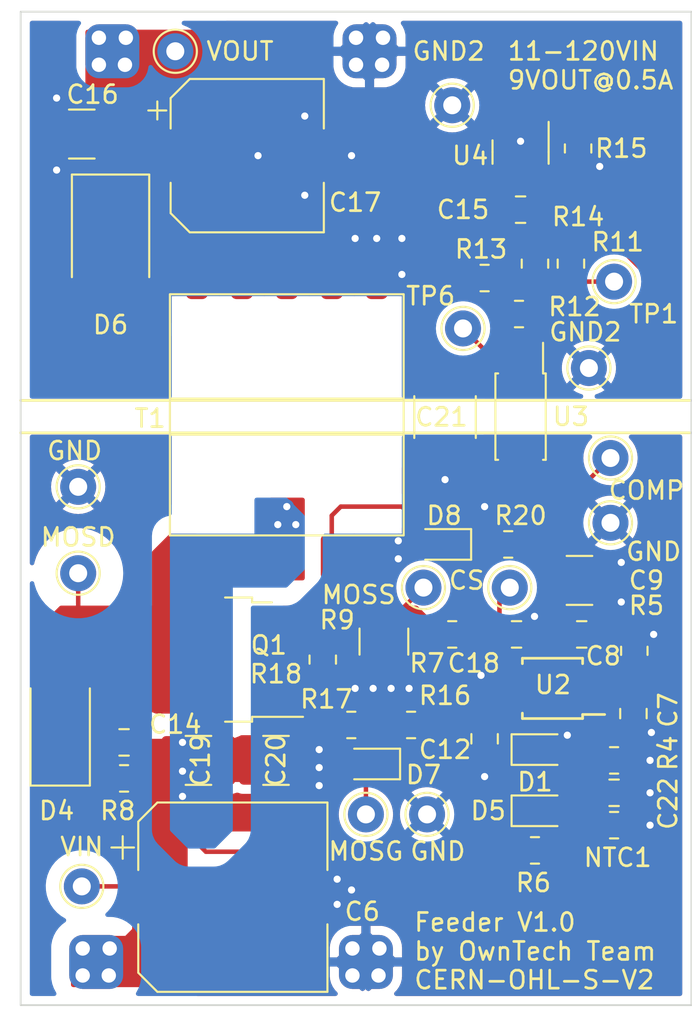
<source format=kicad_pcb>
(kicad_pcb (version 20211014) (generator pcbnew)
  (layers (0 "F.Cu" signal) (31 "B.Cu" signal) (34 "B.Paste" user) (35 "F.Paste" user) (36 "B.SilkS" user "B.Silkscreen") (37 "F.SilkS" user "F.Silkscreen") (38 "B.Mask" user) (39 "F.Mask" user) (44 "Edge.Cuts" user))
  (net 0 "")
  (net 1 "GND")
  (net 2 "Net-(C7-Pad1)")
  (net 3 "Net-(C8-Pad1)")
  (net 4 "Net-(C14-Pad2)")
  (net 5 "Net-(C15-Pad1)")
  (net 6 "Net-(C15-Pad2)")
  (net 7 "VIN")
  (net 8 "GND2")
  (net 9 "Net-(D6-Pad2)")
  (net 10 "Net-(R5-Pad1)")
  (net 11 "VAUX")
  (net 12 "Net-(R11-Pad1)")
  (net 13 "Net-(R11-Pad2)")
  (net 14 "VOUT")
  (net 15 "Net-(C18-Pad1)")
  (net 16 "Net-(C22-Pad2)")
  (net 17 "Net-(R16-Pad1)")
  (net 18 "Net-(D7-Pad1)")
  (net 19 "Net-(D8-Pad1)")
  (net 20 "Net-(D7-Pad2)")
  (net 21 "HV")
  (net 22 "MOSD")
  (net 23 "Net-(D8-Pad2)")
  (net 24 "MOSS")
  (net 25 "Net-(R4-Pad1)")
  (footprint "TestPoint:TestPoint_THTPad_D2.0mm_Drill1.0mm" (layer "F.Cu") (at 56.8 23.2)
    (fp_text reference "VOUT1" hide)
    (fp_text value "VOUT" (at 3.6 0) (layer "F.SilkS"))
    (pad "1" thru_hole circle locked (at 0 0) (size 2 2) (drill 1) (layers *.Cu *.Mask) (net 14 "VOUT"))
  )
  (footprint "Capacitor_SMD:C_0805_2012Metric" (layer "F.Cu") (at 81.2 64.4 180)
    (fp_text reference "C22" (at -3 -0.6 90) (layer "F.SilkS"))
    (fp_text value "10nF")
    (pad "1" smd roundrect locked (at -0.95 0 180) (size 1 1.45) (layers "F.Cu" "F.Paste" "F.Mask") (net 1 "GND"))
    (pad "2" smd roundrect locked (at 0.95 0 180) (size 1 1.45) (layers "F.Cu" "F.Paste" "F.Mask") (net 16 "Net-(C22-Pad2)"))
  )
  (footprint "Footprints:PA2467NL" (layer "F.Cu") (at 63 43.5)
    (fp_text reference "T1" (at -7.6 0.1 unlocked) (layer "F.SilkS"))
    (fp_text value "PA2467NL")
    (pad "1" smd roundrect (at 5 7.8) (size 1.22 2.54) (layers "F.Cu" "F.Paste" "F.Mask") (net 1 "GND"))
    (pad "2" smd roundrect (at 2.5 7.8) (size 1.22 2.54) (layers "F.Cu" "F.Paste" "F.Mask") (net 23 "Net-(D8-Pad2)"))
    (pad "3" smd roundrect (at 0 7.8) (size 1.22 2.54) (layers "F.Cu" "F.Paste" "F.Mask") (net 7 "VIN"))
    (pad "4" smd roundrect (at -2.5 7.8) (size 1.22 2.54) (layers "F.Cu" "F.Paste" "F.Mask"))
    (pad "5" smd roundrect (at -5 7.8) (size 1.22 2.54) (layers "F.Cu" "F.Paste" "F.Mask") (net 22 "MOSD"))
    (pad "6" smd roundrect (at -5 -7.8) (size 1.22 2.54) (layers "F.Cu" "F.Paste" "F.Mask") (net 9 "Net-(D6-Pad2)"))
    (pad "7" smd roundrect (at -2.5 -7.8) (size 1.22 2.54) (layers "F.Cu" "F.Paste" "F.Mask"))
    (pad "8" smd roundrect (at 0 -7.8) (size 1.22 2.54) (layers "F.Cu" "F.Paste" "F.Mask"))
    (pad "9" smd roundrect (at 2.5 -7.8) (size 1.22 2.54) (layers "F.Cu" "F.Paste" "F.Mask"))
    (pad "10" smd roundrect (at 5 -7.8) (size 1.22 2.54) (layers "F.Cu" "F.Paste" "F.Mask") (net 8 "GND2"))
  )
  (footprint "Capacitor_SMD:C_1210_3225Metric" (layer "F.Cu") (at 62.4 62.6)
    (fp_text reference "C20" (at 0 0 90) (layer "F.SilkS"))
    (fp_text value "4.7uF")
    (pad "1" smd roundrect locked (at -1.475 0) (size 1.15 2.7) (layers "F.Cu" "F.Paste" "F.Mask") (roundrect_rratio 0.2173913043) (net 21 "HV"))
    (pad "2" smd roundrect locked (at 1.475 0) (size 1.15 2.7) (layers "F.Cu" "F.Paste" "F.Mask") (roundrect_rratio 0.2173913043) (net 1 "GND"))
  )
  (footprint "Capacitor_SMD:CP_Elec_10x10" (layer "F.Cu") (at 60 70.2)
    (fp_text reference "C6" (at 7.2 0.8) (layer "F.SilkS"))
    (fp_text value "3.3uF, 400V")
    (pad "1" smd roundrect locked (at -4 0) (size 4 2.5) (layers "F.Cu" "F.Paste" "F.Mask") (roundrect_rratio 0.1) (net 7 "VIN"))
    (pad "2" smd roundrect locked (at 4 0) (size 4 2.5) (layers "F.Cu" "F.Paste" "F.Mask") (roundrect_rratio 0.1) (net 1 "GND"))
  )
  (footprint "Resistor_SMD:R_0805_2012Metric" (layer "F.Cu") (at 65 57 -90)
    (fp_text reference "R18" (at 0.8 2.6 180) (layer "F.SilkS"))
    (fp_text value "10k")
    (pad "1" smd roundrect locked (at -0.9125 0 270) (size 1.025 1.4) (layers "F.Cu" "F.Paste" "F.Mask") (roundrect_rratio 0.243902439) (net 24 "MOSS"))
    (pad "2" smd roundrect locked (at 0.9125 0 270) (size 1.025 1.4) (layers "F.Cu" "F.Paste" "F.Mask") (roundrect_rratio 0.243902439) (net 20 "Net-(D7-Pad2)"))
  )
  (footprint "TestPoint:TestPoint_THTPad_D2.0mm_Drill1.0mm" (layer "F.Cu") (at 81 49.4)
    (fp_text reference "GND3" hide)
    (fp_text value "GND" (at 2.4 1.6 180) (layer "F.SilkS"))
    (pad "1" thru_hole circle locked (at 0 0) (size 2 2) (drill 1) (layers *.Cu *.Mask) (net 1 "GND"))
  )
  (footprint "Resistor_SMD:R_0805_2012Metric" (layer "F.Cu") (at 76.8 67.6)
    (fp_text reference "R6" (at -0.0875 1.8 180) (layer "F.SilkS"))
    (fp_text value "348K")
    (pad "1" smd roundrect locked (at -0.9125 0) (size 1.025 1.4) (layers "F.Cu" "F.Paste" "F.Mask") (roundrect_rratio 0.243902439) (net 7 "VIN"))
    (pad "2" smd roundrect locked (at 0.9125 0) (size 1.025 1.4) (layers "F.Cu" "F.Paste" "F.Mask") (roundrect_rratio 0.243902439) (net 25 "Net-(R4-Pad1)"))
  )
  (footprint "Resistor_SMD:R_0805_2012Metric" (layer "F.Cu") (at 81.2 62.6)
    (fp_text reference "R4" (at 3 -0.4 270) (layer "F.SilkS"))
    (fp_text value "27k")
    (pad "1" smd roundrect locked (at -0.9125 0) (size 1.025 1.4) (layers "F.Cu" "F.Paste" "F.Mask") (roundrect_rratio 0.243902439) (net 25 "Net-(R4-Pad1)"))
    (pad "2" smd roundrect locked (at 0.9125 0) (size 1.025 1.4) (layers "F.Cu" "F.Paste" "F.Mask") (roundrect_rratio 0.243902439) (net 1 "GND"))
  )
  (footprint "Resistor_SMD:R_0805_2012Metric" (layer "F.Cu") (at 82.325489 56.512011 90)
    (fp_text reference "R5" (at 2.512011 0.674511 180) (layer "F.SilkS"))
    (fp_text value "100k")
    (pad "1" smd roundrect locked (at -0.9125 0 90) (size 1.025 1.4) (layers "F.Cu" "F.Paste" "F.Mask") (roundrect_rratio 0.243902439) (net 10 "Net-(R5-Pad1)"))
    (pad "2" smd roundrect locked (at 0.9125 0 90) (size 1.025 1.4) (layers "F.Cu" "F.Paste" "F.Mask") (roundrect_rratio 0.243902439) (net 1 "GND"))
  )
  (footprint "Diode_SMD:D_SOD-323" (layer "F.Cu") (at 71.75 50.6 180)
    (fp_text reference "D8" (at 0 1.6) (layer "F.SilkS"))
    (fp_text value "BAS20HT1G")
    (pad "1" smd rect locked (at -1.05 0 180) (size 0.6 0.45) (layers "F.Cu" "F.Paste" "F.Mask") (net 19 "Net-(D8-Pad1)"))
    (pad "2" smd rect locked (at 1.05 0 180) (size 0.6 0.45) (layers "F.Cu" "F.Paste" "F.Mask") (net 23 "Net-(D8-Pad2)"))
  )
  (footprint "Resistor_SMD:R_0805_2012Metric" (layer "F.Cu") (at 74 35.8)
    (fp_text reference "R13" (at -0.2 -1.6) (layer "F.SilkS"))
    (fp_text value "10")
    (pad "1" smd roundrect locked (at -0.9125 0) (size 1.025 1.4) (layers "F.Cu" "F.Paste" "F.Mask") (roundrect_rratio 0.243902439) (net 14 "VOUT"))
    (pad "2" smd roundrect locked (at 0.9125 0) (size 1.025 1.4) (layers "F.Cu" "F.Paste" "F.Mask") (roundrect_rratio 0.243902439) (net 12 "Net-(R11-Pad1)"))
  )
  (footprint "TestPoint:TestPoint_THTPad_D2.0mm_Drill1.0mm" (layer "F.Cu") (at 79.8 40.8)
    (fp_text reference "GND2" (at -0.2 -1.998) (layer "F.SilkS"))
    (fp_text value "GND2")
    (pad "1" thru_hole circle locked (at 0 0) (size 2 2) (drill 1) (layers *.Cu *.Mask) (net 8 "GND2"))
  )
  (footprint "TestPoint:TestPoint_THTPad_D2.0mm_Drill1.0mm" (layer "F.Cu") (at 81.2 36)
    (fp_text reference "TP1" (at 2.2 1.8 180) (layer "F.SilkS"))
    (fp_text value "TestPoint")
    (pad "1" thru_hole circle locked (at 0 0) (size 2 2) (drill 1) (layers *.Cu *.Mask) (net 12 "Net-(R11-Pad1)"))
  )
  (footprint "Capacitor_SMD:C_0805_2012Metric" (layer "F.Cu") (at 82.275489 59.999511 -90)
    (fp_text reference "C7" (at -0.199511 -1.924511 -90) (layer "F.SilkS"))
    (fp_text value "22nF")
    (pad "1" smd roundrect locked (at -0.95 0 270) (size 1 1.45) (layers "F.Cu" "F.Paste" "F.Mask") (net 2 "Net-(C7-Pad1)"))
    (pad "2" smd roundrect locked (at 0.95 0 270) (size 1 1.45) (layers "F.Cu" "F.Paste" "F.Mask") (net 1 "GND"))
  )
  (footprint "Capacitor_SMD:C_0805_2012Metric" (layer "F.Cu") (at 53.95 61.6 180)
    (fp_text reference "C14" (at -2.85 1 180) (layer "F.SilkS"))
    (fp_text value "6.8nF")
    (pad "1" smd roundrect locked (at -0.95 0 180) (size 1 1.45) (layers "F.Cu" "F.Paste" "F.Mask") (net 7 "VIN"))
    (pad "2" smd roundrect locked (at 0.95 0 180) (size 1 1.45) (layers "F.Cu" "F.Paste" "F.Mask") (net 4 "Net-(C14-Pad2)"))
  )
  (footprint "TestPoint:TestPoint_THTPad_D2.0mm_Drill1.0mm" (layer "F.Cu") (at 81 45.8)
    (fp_text reference "COMP1" hide)
    (fp_text value "COMP" (at 2 1.8 180) (layer "F.SilkS"))
    (pad "1" thru_hole circle locked (at 0 0) (size 2 2) (drill 1) (layers *.Cu *.Mask) (net 3 "Net-(C8-Pad1)"))
  )
  (footprint "Capacitor_SMD:C_1812_4532Metric" (layer "F.Cu") (at 71.8 43.525 90)
    (fp_text reference "C21" (at 0 -0.2 180) (layer "F.SilkS"))
    (fp_text value "680pF")
    (pad "1" smd roundrect locked (at -2.05 0 90) (size 1.4 3.4) (layers "F.Cu" "F.Paste" "F.Mask") (roundrect_rratio 0.1785707143) (net 1 "GND"))
    (pad "2" smd roundrect locked (at 2.05 0 90) (size 1.4 3.4) (layers "F.Cu" "F.Paste" "F.Mask") (roundrect_rratio 0.1785707143) (net 14 "VOUT"))
  )
  (footprint "Diode_SMD:D_SMA" (layer "F.Cu") (at 50.4 60.6 90)
    (fp_text reference "D4" (at -4.8 -0.2 180) (layer "F.SilkS"))
    (fp_text value "MURA130T3G")
    (pad "1" smd rect locked (at -2 0 90) (size 2.5 1.8) (layers "F.Cu" "F.Paste" "F.Mask") (net 4 "Net-(C14-Pad2)"))
    (pad "2" smd rect locked (at 2 0 90) (size 2.5 1.8) (layers "F.Cu" "F.Paste" "F.Mask") (net 22 "MOSD"))
  )
  (footprint "Resistor_SMD:R_0805_2012Metric" (layer "F.Cu") (at 53.95 63.6)
    (fp_text reference "R8" (at -0.35 1.8 180) (layer "F.SilkS"))
    (fp_text value "348k")
    (pad "1" smd roundrect locked (at -0.9125 0) (size 1.025 1.4) (layers "F.Cu" "F.Paste" "F.Mask") (roundrect_rratio 0.243902439) (net 4 "Net-(C14-Pad2)"))
    (pad "2" smd roundrect locked (at 0.9125 0) (size 1.025 1.4) (layers "F.Cu" "F.Paste" "F.Mask") (roundrect_rratio 0.243902439) (net 7 "VIN"))
  )
  (footprint "Resistor_SMD:R_0805_2012Metric" (layer "F.Cu") (at 69.9125 60.63125 180)
    (fp_text reference "R16" (at -1.8875 1.63125) (layer "F.SilkS"))
    (fp_text value "2.2")
    (pad "1" smd roundrect locked (at -0.9125 0 180) (size 1.025 1.4) (layers "F.Cu" "F.Paste" "F.Mask") (roundrect_rratio 0.243902439) (net 17 "Net-(R16-Pad1)"))
    (pad "2" smd roundrect locked (at 0.9125 0 180) (size 1.025 1.4) (layers "F.Cu" "F.Paste" "F.Mask") (roundrect_rratio 0.243902439) (net 18 "Net-(D7-Pad1)"))
  )
  (footprint "Capacitor_SMD:C_1210_3225Metric" (layer "F.Cu") (at 58.0875 62.6)
    (fp_text reference "C19" (at 0.1125 0 90) (layer "F.SilkS"))
    (fp_text value "4.7uF")
    (pad "1" smd roundrect locked (at -1.475 0) (size 1.15 2.7) (layers "F.Cu" "F.Paste" "F.Mask") (roundrect_rratio 0.2173913043) (net 7 "VIN"))
    (pad "2" smd roundrect locked (at 1.475 0) (size 1.15 2.7) (layers "F.Cu" "F.Paste" "F.Mask") (roundrect_rratio 0.2173913043) (net 21 "HV"))
  )
  (footprint "Resistor_SMD:R_0805_2012Metric" (layer "F.Cu") (at 76.8 35 90)
    (fp_text reference "R14" (at 2.6 2.4) (layer "F.SilkS"))
    (fp_text value "38.3k")
    (pad "1" smd roundrect locked (at -0.9125 0 90) (size 1.025 1.4) (layers "F.Cu" "F.Paste" "F.Mask") (roundrect_rratio 0.243902439) (net 12 "Net-(R11-Pad1)"))
    (pad "2" smd roundrect locked (at 0.9125 0 90) (size 1.025 1.4) (layers "F.Cu" "F.Paste" "F.Mask") (roundrect_rratio 0.243902439) (net 6 "Net-(C15-Pad2)"))
  )
  (footprint "Capacitor_SMD:C_0805_2012Metric" (layer "F.Cu") (at 75.775489 55.599511)
    (fp_text reference "C18" (at -2.375489 1.600489) (layer "F.SilkS"))
    (fp_text value "C0G, 100pF")
    (pad "1" smd roundrect locked (at -0.95 0) (size 1 1.45) (layers "F.Cu" "F.Paste" "F.Mask") (net 15 "Net-(C18-Pad1)"))
    (pad "2" smd roundrect locked (at 0.95 0) (size 1 1.45) (layers "F.Cu" "F.Paste" "F.Mask") (net 1 "GND"))
  )
  (footprint "Package_SO:MSOP-10_3x3mm_P0.5mm" (layer "F.Cu") (at 77.775489 58.599511 180)
    (fp_text reference "U2" (at -0.024511 0.199511 180) (layer "F.SilkS"))
    (fp_text value "NCP12700")
    (pad "1" smd rect locked (at -2.2 -1 180) (size 1.4 0.3) (layers "F.Cu" "F.Paste" "F.Mask") (net 25 "Net-(R4-Pad1)"))
    (pad "2" smd rect locked (at -2.2 -0.5 180) (size 1.4 0.3) (layers "F.Cu" "F.Paste" "F.Mask") (net 16 "Net-(C22-Pad2)"))
    (pad "3" smd rect locked (at -2.2 0 180) (size 1.4 0.3) (layers "F.Cu" "F.Paste" "F.Mask") (net 2 "Net-(C7-Pad1)"))
    (pad "4" smd rect locked (at -2.2 0.5 180) (size 1.4 0.3) (layers "F.Cu" "F.Paste" "F.Mask") (net 10 "Net-(R5-Pad1)"))
    (pad "5" smd rect locked (at -2.2 1 180) (size 1.4 0.3) (layers "F.Cu" "F.Paste" "F.Mask") (net 3 "Net-(C8-Pad1)"))
    (pad "6" smd rect locked (at 2.2 1 180) (size 1.4 0.3) (layers "F.Cu" "F.Paste" "F.Mask") (net 15 "Net-(C18-Pad1)"))
    (pad "7" smd rect locked (at 2.2 0.5 180) (size 1.4 0.3) (layers "F.Cu" "F.Paste" "F.Mask") (net 1 "GND"))
    (pad "8" smd rect locked (at 2.2 0 180) (size 1.4 0.3) (layers "F.Cu" "F.Paste" "F.Mask") (net 17 "Net-(R16-Pad1)"))
    (pad "9" smd rect locked (at 2.2 -0.5 180) (size 1.4 0.3) (layers "F.Cu" "F.Paste" "F.Mask") (net 11 "VAUX"))
    (pad "10" smd rect locked (at 2.2 -1 180) (size 1.4 0.3) (layers "F.Cu" "F.Paste" "F.Mask") (net 7 "VIN"))
  )
  (footprint "TestPoint:TestPoint_THTPad_D2.0mm_Drill1.0mm" (layer "F.Cu") (at 72.8 38.6)
    (fp_text reference "TP6" (at -1.8 -1.8) (layer "F.SilkS"))
    (fp_text value "TestPoint")
    (pad "1" thru_hole circle locked (at 0 0) (size 2 2) (drill 1) (layers *.Cu *.Mask) (net 5 "Net-(C15-Pad1)"))
  )
  (footprint "Resistor_SMD:R_0805_2012Metric" (layer "F.Cu") (at 75.9125 37.8 180)
    (fp_text reference "R12" (at -3.0875 0.4) (layer "F.SilkS"))
    (fp_text value "10k")
    (pad "1" smd roundrect locked (at -0.9125 0 180) (size 1.025 1.4) (layers "F.Cu" "F.Paste" "F.Mask") (roundrect_rratio 0.243902439) (net 13 "Net-(R11-Pad2)"))
    (pad "2" smd roundrect locked (at 0.9125 0 180) (size 1.025 1.4) (layers "F.Cu" "F.Paste" "F.Mask") (roundrect_rratio 0.243902439) (net 5 "Net-(C15-Pad1)"))
  )
  (footprint "Capacitor_SMD:C_0805_2012Metric" (layer "F.Cu") (at 74 61.4 -90)
    (fp_text reference "C12" (at 0.6 2.2 180) (layer "F.SilkS"))
    (fp_text value "X7T, 100nF")
    (pad "1" smd roundrect locked (at -0.95 0 270) (size 1 1.45) (layers "F.Cu" "F.Paste" "F.Mask") (net 7 "VIN"))
    (pad "2" smd roundrect locked (at 0.95 0 270) (size 1 1.45) (layers "F.Cu" "F.Paste" "F.Mask") (net 1 "GND"))
  )
  (footprint "Footprints:Pad_terminal" (layer "F.Cu") (at 53.3 23.2)
    (fp_text reference "J4" hide)
    (fp_text value "Conn_01x01")
    (pad "1" thru_hole circle (at -0.75 0.75) (size 1 1) (drill 0.8) (layers *.Cu *.Mask) (net 14 "VOUT"))
    (pad "1" smd roundrect (at 0 0) (size 3 3) (layers "B.Cu" "B.Mask") (net 14 "VOUT"))
    (pad "1" thru_hole circle (at -0.75 -0.75) (size 1 1) (drill 0.8) (layers *.Cu *.Mask) (net 14 "VOUT"))
    (pad "1" thru_hole circle (at 0.75 -0.75) (size 1 1) (drill 0.8) (layers *.Cu *.Mask) (net 14 "VOUT"))
    (pad "1" thru_hole circle (at 0.7 0.75) (size 1 1) (drill 0.8) (layers *.Cu *.Mask) (net 14 "VOUT"))
    (pad "1" smd roundrect (at 0 0) (size 3 3) (layers "F.Cu" "F.Mask") (net 14 "VOUT"))
  )
  (footprint "Package_TO_SOT_SMD:SOT-23" (layer "F.Cu") (at 76 28.8 -90)
    (fp_text reference "U4" (at 0.2 2.8) (layer "F.SilkS"))
    (fp_text value "TL431MFDT,215")
    (pad "1" smd roundrect locked (at -0.9375 -0.95 270) (size 1.475 0.6) (layers "F.Cu" "F.Paste" "F.Mask") (net 6 "Net-(C15-Pad2)"))
    (pad "2" smd roundrect locked (at -0.9375 0.95 270) (size 1.475 0.6) (layers "F.Cu" "F.Paste" "F.Mask") (net 5 "Net-(C15-Pad1)"))
    (pad "3" smd roundrect locked (at 0.9375 0 270) (size 1.475 0.6) (layers "F.Cu" "F.Paste" "F.Mask") (net 8 "GND2"))
  )
  (footprint "TestPoint:TestPoint_THTPad_D2.0mm_Drill1.0mm" (layer "F.Cu") (at 75.4 53)
    (fp_text reference "CS1" hide)
    (fp_text value "CS" (at -2.4 -0.4) (layer "F.SilkS"))
    (pad "1" thru_hole circle locked (at 0 0) (size 2 2) (drill 1) (layers *.Cu *.Mask) (net 15 "Net-(C18-Pad1)"))
  )
  (footprint "Resistor_SMD:R_0805_2012Metric" (layer "F.Cu") (at 78.8 35 90)
    (fp_text reference "R11" (at 1.2 2.6 180) (layer "F.SilkS"))
    (fp_text value "1.4K")
    (pad "1" smd roundrect locked (at -0.9125 0 90) (size 1.025 1.4) (layers "F.Cu" "F.Paste" "F.Mask") (roundrect_rratio 0.243902439) (net 12 "Net-(R11-Pad1)"))
    (pad "2" smd roundrect locked (at 0.9125 0 90) (size 1.025 1.4) (layers "F.Cu" "F.Paste" "F.Mask") (roundrect_rratio 0.243902439) (net 13 "Net-(R11-Pad2)"))
  )
  (footprint "TestPoint:TestPoint_THTPad_D2.0mm_Drill1.0mm" (layer "F.Cu") (at 67.4 65.6)
    (fp_text reference "MOSG1" hide)
    (fp_text value "MOSG" (at 0 2.05) (layer "F.SilkS"))
    (pad "1" thru_hole circle locked (at 0 0) (size 2 2) (drill 1) (layers *.Cu *.Mask) (net 20 "Net-(D7-Pad2)"))
  )
  (footprint "Capacitor_SMD:C_0805_2012Metric" (layer "F.Cu") (at 79.4 55.6 180)
    (fp_text reference "C8" (at -1.2 -1.2 180) (layer "F.SilkS"))
    (fp_text value "1nF")
    (pad "1" smd roundrect locked (at -0.95 0 180) (size 1 1.45) (layers "F.Cu" "F.Paste" "F.Mask") (net 3 "Net-(C8-Pad1)"))
    (pad "2" smd roundrect locked (at 0.95 0 180) (size 1 1.45) (layers "F.Cu" "F.Paste" "F.Mask") (net 1 "GND"))
  )
  (footprint "TestPoint:TestPoint_THTPad_D2.0mm_Drill1.0mm" (layer "F.Cu") (at 70.8 65.6)
    (fp_text reference "GND1" hide)
    (fp_text value "GND" (at 0.6 2.05) (layer "F.SilkS"))
    (pad "1" thru_hole circle locked (at 0 0) (size 2 2) (drill 1) (layers *.Cu *.Mask) (net 1 "GND"))
  )
  (footprint "Resistor_SMD:R_0805_2012Metric" (layer "F.Cu") (at 79.2 28.6 -90)
    (fp_text reference "R15" (at 0 -2.4) (layer "F.SilkS"))
    (fp_text value "14.7k")
    (pad "1" smd roundrect locked (at -0.9125 0 270) (size 1.025 1.4) (layers "F.Cu" "F.Paste" "F.Mask") (roundrect_rratio 0.243902439) (net 6 "Net-(C15-Pad2)"))
    (pad "2" smd roundrect locked (at 0.9125 0 270) (size 1.025 1.4) (layers "F.Cu" "F.Paste" "F.Mask") (roundrect_rratio 0.243902439) (net 8 "GND2"))
  )
  (footprint "Footprints:Pad_terminal" (layer "F.Cu") (at 52.4 73.8)
    (fp_text reference "J1" hide)
    (fp_text value "Conn_01x01")
    (pad "1" smd roundrect (at 0 0) (size 3 3) (layers "B.Cu" "B.Mask") (net 7 "VIN"))
    (pad "1" thru_hole circle (at -0.75 -0.75) (size 1 1) (drill 0.8) (layers *.Cu *.Mask) (net 7 "VIN"))
    (pad "1" thru_hole circle (at -0.75 0.75) (size 1 1) (drill 0.8) (layers *.Cu *.Mask) (net 7 "VIN"))
    (pad "1" thru_hole circle (at 0.75 -0.75) (size 1 1) (drill 0.8) (layers *.Cu *.Mask) (net 7 "VIN"))
    (pad "1" smd roundrect (at 0 0) (size 3 3) (layers "F.Cu" "F.Mask") (net 7 "VIN"))
    (pad "1" thru_hole circle (at 0.7 0.75) (size 1 1) (drill 0.8) (layers *.Cu *.Mask) (net 7 "VIN"))
  )
  (footprint "Diode_SMD:D_SMB" (layer "F.Cu") (at 53.2 33.6 -90)
    (fp_text reference "D6" (at 4.8 0) (layer "F.SilkS"))
    (fp_text value "STTH4R02U")
    (pad "1" smd rect locked (at -2.15 0 270) (size 2.5 2.3) (layers "F.Cu" "F.Paste" "F.Mask") (net 14 "VOUT"))
    (pad "2" smd rect locked (at 2.15 0 270) (size 2.5 2.3) (layers "F.Cu" "F.Paste" "F.Mask") (net 9 "Net-(D6-Pad2)"))
  )
  (footprint "TestPoint:TestPoint_THTPad_D2.0mm_Drill1.0mm" (layer "F.Cu") (at 70.6 53)
    (fp_text reference "MOSS1" hide)
    (fp_text value "MOSS" (at -3.6 0.4) (layer "F.SilkS"))
    (pad "1" thru_hole circle locked (at 0 0) (size 2 2) (drill 1) (layers *.Cu *.Mask) (net 24 "MOSS"))
  )
  (footprint "Capacitor_SMD:C_1210_3225Metric" (layer "F.Cu") (at 79.275 52.6)
    (fp_text reference "C9" (at 3.725 0 180) (layer "F.SilkS"))
    (fp_text value "10uF")
    (pad "1" smd roundrect locked (at -1.475 0) (size 1.15 2.7) (layers "F.Cu" "F.Paste" "F.Mask") (roundrect_rratio 0.2173913043) (net 11 "VAUX"))
    (pad "2" smd roundrect locked (at 1.475 0) (size 1.15 2.7) (layers "F.Cu" "F.Paste" "F.Mask") (roundrect_rratio 0.2173913043) (net 1 "GND"))
  )
  (footprint "Footprints:Pad_terminal" (layer "F.Cu") (at 67.6 23.2)
    (fp_text reference "J3" hide)
    (fp_text value "Conn_01x01")
    (pad "1" thru_hole circle (at 0.75 -0.75) (size 1 1) (drill 0.8) (layers *.Cu *.Mask) (net 8 "GND2"))
    (pad "1" thru_hole circle (at -0.75 0.75) (size 1 1) (drill 0.8) (layers *.Cu *.Mask) (net 8 "GND2"))
    (pad "1" smd roundrect (at 0 0) (size 3 3) (layers "B.Cu" "B.Mask") (net 8 "GND2"))
    (pad "1" thru_hole circle (at 0.7 0.75) (size 1 1) (drill 0.8) (layers *.Cu *.Mask) (net 8 "GND2"))
    (pad "1" smd roundrect (at 0 0) (size 3 3) (layers "F.Cu" "F.Mask") (net 8 "GND2"))
    (pad "1" thru_hole circle (at -0.75 -0.75) (size 1 1) (drill 0.8) (layers *.Cu *.Mask) (net 8 "GND2"))
  )
  (footprint "Resistor_SMD:R_0805_2012Metric" (layer "F.Cu") (at 81.2 66.2)
    (fp_text reference "NTC1" (at 0.2 1.8) (layer "F.SilkS"))
    (fp_text value "100k")
    (pad "1" smd roundrect locked (at -0.9125 0) (size 1.025 1.4) (layers "F.Cu" "F.Paste" "F.Mask") (roundrect_rratio 0.243902439) (net 16 "Net-(C22-Pad2)"))
    (pad "2" smd roundrect locked (at 0.9125 0) (size 1.025 1.4) (layers "F.Cu" "F.Paste" "F.Mask") (roundrect_rratio 0.243902439) (net 1 "GND"))
  )
  (footprint "Diode_SMD:D_SOD-323" (layer "F.Cu") (at 67.8 62.8 180)
    (fp_text reference "D7" (at -2.8 -0.6) (layer "F.SilkS"))
    (fp_text value "BAS20HT1G")
    (pad "1" smd rect locked (at -1.05 0 180) (size 0.6 0.45) (layers "F.Cu" "F.Paste" "F.Mask") (net 18 "Net-(D7-Pad1)"))
    (pad "2" smd rect locked (at 1.05 0 180) (size 0.6 0.45) (layers "F.Cu" "F.Paste" "F.Mask") (net 20 "Net-(D7-Pad2)"))
  )
  (footprint "Capacitor_SMD:C_1210_3225Metric" (layer "F.Cu") (at 51.6 27.8 180)
    (fp_text reference "C16" (at -0.6 2.2) (layer "F.SilkS"))
    (fp_text value "10uF")
    (pad "1" smd roundrect locked (at -1.475 0 180) (size 1.15 2.7) (layers "F.Cu" "F.Paste" "F.Mask") (roundrect_rratio 0.2173913043) (net 14 "VOUT"))
    (pad "2" smd roundrect locked (at 1.475 0 180) (size 1.15 2.7) (layers "F.Cu" "F.Paste" "F.Mask") (roundrect_rratio 0.2173913043) (net 8 "GND2"))
  )
  (footprint "Footprints:Pad_terminal" (layer "F.Cu") (at 67.4 73.8)
    (fp_text reference "J2" hide)
    (fp_text value "Conn_01x01")
    (pad "1" smd roundrect (at 0 0) (size 3 3) (layers "B.Cu" "B.Mask") (net 1 "GND"))
    (pad "1" thru_hole circle (at -0.75 -0.75) (size 1 1) (drill 0.8) (layers *.Cu *.Mask) (net 1 "GND"))
    (pad "1" thru_hole circle (at 0.75 -0.75) (size 1 1) (drill 0.8) (layers *.Cu *.Mask) (net 1 "GND"))
    (pad "1" thru_hole circle (at 0.7 0.75) (size 1 1) (drill 0.8) (layers *.Cu *.Mask) (net 1 "GND"))
    (pad "1" thru_hole circle (at -0.75 0.75) (size 1 1) (drill 0.8) (layers *.Cu *.Mask) (net 1 "GND"))
    (pad "1" smd roundrect (at 0 0) (size 3 3) (layers "F.Cu" "F.Mask") (net 1 "GND"))
  )
  (footprint "TestPoint:TestPoint_THTPad_D2.0mm_Drill1.0mm" (layer "F.Cu") (at 51.4 52.2)
    (fp_text reference "MOSD1" hide)
    (fp_text value "MOSD" (at 0 -2) (layer "F.SilkS"))
    (pad "1" thru_hole circle locked (at 0 0) (size 2 2) (drill 1) (layers *.Cu *.Mask) (net 22 "MOSD"))
  )
  (footprint "TestPoint:TestPoint_THTPad_D2.0mm_Drill1.0mm" (layer "F.Cu") (at 51.6 69.6)
    (fp_text reference "VIN1" hide)
    (fp_text value "VIN" (at 0 -2.2) (layer "F.SilkS"))
    (pad "1" thru_hole circle locked (at 0 0) (size 2 2) (drill 1) (layers *.Cu *.Mask) (net 7 "VIN"))
  )
  (footprint "Capacitor_SMD:CP_Elec_8x10" (layer "F.Cu") (at 60.8 29)
    (fp_text reference "C17" (at 6 2.6) (layer "F.SilkS"))
    (fp_text value "100uF, 35V")
    (pad "1" smd roundrect locked (at -3.25 0) (size 3.5 2.5) (layers "F.Cu" "F.Paste" "F.Mask") (roundrect_rratio 0.1) (net 14 "VOUT"))
    (pad "2" smd roundrect locked (at 3.25 0) (size 3.5 2.5) (layers "F.Cu" "F.Paste" "F.Mask") (roundrect_rratio 0.1) (net 8 "GND2"))
  )
  (footprint "TestPoint:TestPoint_THTPad_D2.0mm_Drill1.0mm" (layer "F.Cu") (at 72.2 26.2)
    (fp_text reference "VOUT_GND1" hide)
    (fp_text value "GND2" (at -0.2 -3) (layer "F.SilkS"))
    (pad "1" thru_hole circle locked (at 0 0) (size 2 2) (drill 1) (layers *.Cu *.Mask) (net 8 "GND2"))
  )
  (footprint "Package_SO:SO-4_4.4x2.3mm_P1.27mm" (layer "F.Cu") (at 76 43.5 -90)
    (fp_text reference "U3" (at 0 -2.8) (layer "F.SilkS"))
    (fp_text value "HMHA2801A ")
    (pad "1" smd rect locked (at -3.15 -0.635 270) (size 2 0.64) (layers "F.Cu" "F.Paste" "F.Mask") (net 13 "Net-(R11-Pad2)"))
    (pad "2" smd rect locked (at -3.15 0.635 270) (size 2 0.64) (layers "F.Cu" "F.Paste" "F.Mask") (net 5 "Net-(C15-Pad1)"))
    (pad "3" smd rect locked (at 3.15 0.635 270) (size 2 0.64) (layers "F.Cu" "F.Paste" "F.Mask") (net 1 "GND"))
    (pad "4" smd rect locked (at 3.15 -0.635 270) (size 2 0.64) (layers "F.Cu" "F.Paste" "F.Mask") (net 3 "Net-(C8-Pad1)"))
  )
  (footprint "Diode_SMD:D_SOD-323" (layer "F.Cu") (at 77 62)
    (fp_text reference "D1" (at -0.2 1.8 180) (layer "F.SilkS"))
    (fp_text value "9.1V")
    (pad "1" smd rect locked (at -1.05 0) (size 0.6 0.45) (layers "F.Cu" "F.Paste" "F.Mask") (net 11 "VAUX"))
    (pad "2" smd rect locked (at 1.05 0) (size 0.6 0.45) (layers "F.Cu" "F.Paste" "F.Mask") (net 1 "GND"))
  )
  (footprint "Resistor_SMD:R_1210_3225Metric" (layer "F.Cu") (at 68.4 56 -90)
    (fp_text reference "R9" (at -1.2 2.6) (layer "F.SilkS"))
    (fp_text value "240m")
    (pad "1" smd roundrect locked (at -1.4625 0 270) (size 1.125 2.65) (layers "F.Cu" "F.Paste" "F.Mask") (roundrect_rratio 0.2222222222) (net 24 "MOSS"))
    (pad "2" smd roundrect locked (at 1.4625 0 270) (size 1.125 2.65) (layers "F.Cu" "F.Paste" "F.Mask") (roundrect_rratio 0.2222222222) (net 1 "GND"))
  )
  (footprint "Resistor_SMD:R_0805_2012Metric" (layer "F.Cu") (at 75.3125 50.6 180)
    (fp_text reference "R20" (at -0.6875 1.6) (layer "F.SilkS"))
    (fp_text value "10")
    (pad "1" smd roundrect locked (at -0.9125 0 180) (size 1.025 1.4) (layers "F.Cu" "F.Paste" "F.Mask") (roundrect_rratio 0.243902439) (net 11 "VAUX"))
    (pad "2" smd roundrect locked (at 0.9125 0 180) (size 1.025 1.4) (layers "F.Cu" "F.Paste" "F.Mask") (roundrect_rratio 0.243902439) (net 19 "Net-(D8-Pad1)"))
  )
  (footprint "Resistor_SMD:R_0805_2012Metric" (layer "F.Cu") (at 66.5875 60.63125 180)
    (fp_text reference "R17" (at 1.3875 1.43125) (layer "F.SilkS"))
    (fp_text value "10")
    (pad "1" smd roundrect locked (at -0.9125 0 180) (size 1.025 1.4) (layers "F.Cu" "F.Paste" "F.Mask") (roundrect_rratio 0.243902439) (net 18 "Net-(D7-Pad1)"))
    (pad "2" smd roundrect locked (at 0.9125 0 180) (size 1.025 1.4) (layers "F.Cu" "F.Paste" "F.Mask") (roundrect_rratio 0.243902439) (net 20 "Net-(D7-Pad2)"))
  )
  (footprint "Package_TO_SOT_SMD:TO-252-2" (layer "F.Cu") (at 58.6 57 180)
    (fp_text reference "Q1" (at -3.4 0.8 180) (layer "F.SilkS"))
    (fp_text value "TK13P25D,RQ")
    (pad "1" smd rect locked (at -4.2 -2.28 180) (size 2.2 1.2) (layers "F.Cu" "F.Paste" "F.Mask") (net 20 "Net-(D7-Pad2)"))
    (pad "2" smd rect locked (at 2.1 0 180) (size 6.4 5.8) (layers "F.Cu" "F.Mask") (net 22 "MOSD"))
    (pad "3" smd rect locked (at -4.2 2.28 180) (size 2.2 1.2) (layers "F.Cu" "F.Paste" "F.Mask") (net 24 "MOSS"))
  )
  (footprint "Resistor_SMD:R_0805_2012Metric" (layer "F.Cu") (at 72.2 55.6 180)
    (fp_text reference "R7" (at 1.4 -1.6 180) (layer "F.SilkS"))
    (fp_text value "470")
    (pad "1" smd roundrect locked (at -0.9125 0 180) (size 1.025 1.4) (layers "F.Cu" "F.Paste" "F.Mask") (roundrect_rratio 0.243902439) (net 15 "Net-(C18-Pad1)"))
    (pad "2" smd roundrect locked (at 0.9125 0 180) (size 1.025 1.4) (layers "F.Cu" "F.Paste" "F.Mask") (roundrect_rratio 0.243902439) (net 24 "MOSS"))
  )
  (footprint "Diode_SMD:D_SOD-323" (layer "F.Cu") (at 77 65.4)
    (fp_text reference "D5" (at -2.8 0 180) (layer "F.SilkS"))
    (fp_text value "9.1V")
    (pad "1" smd rect locked (at -1.05 0) (size 0.6 0.45) (layers "F.Cu" "F.Paste" "F.Mask") (net 11 "VAUX"))
    (pad "2" smd rect locked (at 1.05 0) (size 0.6 0.45) (layers "F.Cu" "F.Paste" "F.Mask") (net 16 "Net-(C22-Pad2)"))
  )
  (footprint "TestPoint:TestPoint_THTPad_D2.0mm_Drill1.0mm" (layer "F.Cu") (at 51.4 47.4)
    (fp_text reference "GND4" hide)
    (fp_text value "GND" (at -0.2 -2) (layer "F.SilkS"))
    (pad "1" thru_hole circle locked (at 0 0) (size 2 2) (drill 1) (layers *.Cu *.Mask) (net 1 "GND"))
  )
  (footprint "Capacitor_SMD:C_0805_2012Metric" (layer "F.Cu") (at 76 32)
    (fp_text reference "C15" (at -3.2 0) (layer "F.SilkS"))
    (fp_text value "6.8nF")
    (pad "1" smd roundrect locked (at -0.95 0) (size 1 1.45) (layers "F.Cu" "F.Paste" "F.Mask") (net 5 "Net-(C15-Pad1)"))
    (pad "2" smd roundrect locked (at 0.95 0) (size 1 1.45) (layers "F.Cu" "F.Paste" "F.Mask") (net 6 "Net-(C15-Pad2)"))
  )
  (gr_line (start 48.2 42.6) (end 85.4 42.6) (layer "F.SilkS") (width 0.15))
  (gr_line (start 48.2 44.4) (end 85.4 44.4) (layer "F.SilkS") (width 0.15))
  (gr_rect (start 48.2 21) (end 85.5 76.2) (layer "Edge.Cuts") (width 0.1) (fill none))
  (gr_text "11-120VIN\n9VOUT@0.5A" (at 75.2 24) (layer "F.SilkS") (effects (font (size 1 1)) (justify left)))
  (gr_text "CERN-OHL-S-V2" (at 70 74.8) (layer "F.SilkS") (effects (font (size 1 1)) (justify left)))
  (gr_text "Feeder V1.0 \nby OwnTech Team" (at 70 72.4) (layer "F.SilkS") (effects (font (size 1 1)) (justify left)))
  (segment (start 74.576467 58.099511) (end 75.575489 58.099511) (width 0.25) (layer "F.Cu") (net 1))
  (segment (start 71.8 47) (end 71.8 45.575) (width 0.25) (layer "F.Cu") (net 1))
  (segment (start 76.775489 55.549511) (end 76.725489 55.599511) (width 0.25) (layer "F.Cu") (net 1))
  (segment (start 81.6 53.45) (end 81.6 53.8) (width 0.25) (layer "F.Cu") (net 1))
  (segment (start 83.2 62.6) (end 82.3125 62.6) (width 0.25) (layer "F.Cu") (net 1))
  (segment (start 74.351967 57.875011) (end 74.576467 58.099511) (width 0.25) (layer "F.Cu") (net 1))
  (segment (start 78.6 61.45) (end 78.05 62) (width 0.25) (layer "F.Cu") (net 1))
  (segment (start 83.4 55.6) (end 82.325978 55.6) (width 0.25) (layer "F.Cu") (net 1))
  (segment (start 74 63.5) (end 74 62.35) (width 0.25) (layer "F.Cu") (net 1))
  (segment (start 80.8 52.4) (end 80.75 52.45) (width 0.25) (layer "F.Cu") (net 1))
  (segment (start 73.8 57.875011) (end 74.351967 57.875011) (width 0.25) (layer "F.Cu") (net 1))
  (segment (start 83.2 64.4) (end 82.15 64.4) (width 0.25) (layer "F.Cu") (net 1))
  (segment (start 82.375489 61.049511) (end 82.275489 60.949511) (width 0.25) (layer "F.Cu") (net 1))
  (segment (start 80.8 52.55) (end 80.8 52.4) (width 0.25) (layer "F.Cu") (net 1))
  (segment (start 76.775489 54.6) (end 76.775489 55.549511) (width 0.25) (layer "F.Cu") (net 1))
  (segment (start 82.325978 55.6) (end 82.325489 55.599511) (width 0.25) (layer "F.Cu") (net 1))
  (segment (start 83.275489 61.049511) (end 82.375489 61.049511) (width 0.25) (layer "F.Cu") (net 1))
  (segment (start 80.75 52.6) (end 81.6 53.45) (width 0.25) (layer "F.Cu") (net 1))
  (segment (start 78.6 61.2) (end 78.6 61.45) (width 0.25) (layer "F.Cu") (net 1))
  (segment (start 80.8 52.4) (end 81.6 51.6) (width 0.25) (layer "F.Cu") (net 1))
  (segment (start 80.75 52.6) (end 80.8 52.55) (width 0.25) (layer "F.Cu") (net 1))
  (segment (start 82.1125 66.2) (end 83.2 66.2) (width 0.25) (layer "F.Cu") (net 1))
  (segment (start 80.75 52.45) (end 80.75 52.6) (width 0.25) (layer "F.Cu") (net 1))
  (via (at 66.6 69.8) (size 0.8) (drill 0.4) (layers "F.Cu" "B.Cu") (net 1))
  (via (at 68.8 58.6) (size 0.8) (drill 0.4) (layers "F.Cu" "B.Cu") (net 1))
  (via (at 65.8 70.6) (size 0.8) (drill 0.4) (layers "F.Cu" "B.Cu") (net 1))
  (via (at 69.8 58.6) (size 0.8) (drill 0.4) (layers "F.Cu" "B.Cu") (net 1))
  (via (at 83.4 55.6) (size 0.8) (drill 0.4) (layers "F.Cu" "B.Cu") (net 1))
  (via (at 83.2 62.6) (size 0.8) (drill 0.4) (layers "F.Cu" "B.Cu") (net 1))
  (via (at 66.8 58.6) (size 0.8) (drill 0.4) (layers "F.Cu" "B.Cu") (net 1))
  (via (at 64.8 64) (size 0.8) (drill 0.4) (layers "F.Cu" "B.Cu") (net 1))
  (via (at 74 63.5) (size 0.8) (drill 0.4) (layers "F.Cu" "B.Cu") (net 1))
  (via (at 81.6 53.8) (size 0.8) (drill 0.4) (layers "F.Cu" "B.Cu") (net 1))
  (via (at 74 48.5) (size 0.8) (drill 0.4) (layers "F.Cu" "B.Cu") (net 1))
  (via (at 81.6 51.6) (size 0.8) (drill 0.4) (layers "F.Cu" "B.Cu") (net 1))
  (via (at 64.8 62) (size 0.8) (drill 0.4) (layers "F.Cu" "B.Cu") (net 1))
  (via (at 73.8 57.875011) (size 0.8) (drill 0.4) (layers "F.Cu" "B.Cu") (net 1))
  (via (at 69.2 51.4) (size 0.8) (drill 0.4) (layers "F.Cu" "B.Cu") (net 1))
  (via (at 83.2 64.4) (size 0.8) (drill 0.4) (layers "F.Cu" "B.Cu") (net 1))
  (via (at 69.2 50.4) (size 0.8) (drill 0.4) (layers "F.Cu" "B.Cu") (net 1))
  (via (at 76.775489 54.6) (size 0.8) (drill 0.4) (layers "F.Cu" "B.Cu") (net 1))
  (via (at 64.8 63) (size 0.8) (drill 0.4) (layers "F.Cu" "B.Cu") (net 1))
  (via (at 78.6 61.2) (size 0.8) (drill 0.4) (layers "F.Cu" "B.Cu") (net 1))
  (via (at 83.275489 61.049511) (size 0.8) (drill 0.4) (layers "F.Cu" "B.Cu") (net 1))
  (via (at 65.8 69.2) (size 0.8) (drill 0.4) (layers "F.Cu" "B.Cu") (net 1))
  (via (at 67.8 58.6) (size 0.8) (drill 0.4) (layers "F.Cu" "B.Cu") (net 1))
  (via (at 83.2 66.2) (size 0.8) (drill 0.4) (layers "F.Cu" "B.Cu") (net 1))
  (via (at 71.8 47) (size 0.8) (drill 0.4) (layers "F.Cu" "B.Cu") (net 1))
  (segment (start 79.975489 58.599511) (end 81.825489 58.599511) (width 0.25) (layer "F.Cu") (net 2))
  (segment (start 81.825489 58.599511) (end 82.275489 59.049511) (width 0.25) (layer "F.Cu") (net 2))
  (segment (start 80.4 57.175) (end 80.4 55.65) (width 0.25) (layer "F.Cu") (net 3))
  (segment (start 79 47.8) (end 77.85 46.65) (width 0.25) (layer "F.Cu") (net 3))
  (segment (start 81 45.8) (end 79 47.8) (width 0.25) (layer "F.Cu") (net 3))
  (segment (start 79.4 51.2) (end 79 50.8) (width 0.25) (layer "F.Cu") (net 3))
  (segment (start 77.85 46.65) (end 76.635 46.65) (width 0.25) (layer "F.Cu") (net 3))
  (segment (start 79 50.8) (end 79 49.015) (width 0.25) (layer "F.Cu") (net 3))
  (segment (start 79.4 54.65) (end 79.4 51.2) (width 0.25) (layer "F.Cu") (net 3))
  (segment (start 80.4 55.65) (end 79.4 54.65) (width 0.25) (layer "F.Cu") (net 3))
  (segment (start 79 47.8) (end 79 49.015) (width 0.25) (layer "F.Cu") (net 3))
  (segment (start 79.975489 57.599511) (end 80.4 57.175) (width 0.25) (layer "F.Cu") (net 3))
  (segment (start 53.0375 63.6) (end 53.0375 61.6375) (width 0.25) (layer "F.Cu") (net 4))
  (segment (start 53.0375 61.6375) (end 53 61.6) (width 0.25) (layer "F.Cu") (net 4))
  (segment (start 49.7625 62.6) (end 52 62.6) (width 0.25) (layer "F.Cu") (net 4))
  (segment (start 52 62.6) (end 53 61.6) (width 0.25) (layer "F.Cu") (net 4))
  (segment (start 75.5 40.215) (end 75.365 40.35) (width 0.25) (layer "F.Cu") (net 5))
  (segment (start 75.215 40.2) (end 75.365 40.35) (width 0.25) (layer "F.Cu") (net 5))
  (segment (start 75.5 38.3) (end 75.5 40.215) (width 0.25) (layer "F.Cu") (net 5))
  (segment (start 74 36.8) (end 75 37.8) (width 0.25) (layer "F.Cu") (net 5))
  (segment (start 75 37.8) (end 75.5 38.3) (width 0.25) (layer "F.Cu") (net 5))
  (segment (start 74.4 40.2) (end 75.215 40.2) (width 0.25) (layer "F.Cu") (net 5))
  (segment (start 72.8 38.6) (end 74.4 40.2) (width 0.25) (layer "F.Cu") (net 5))
  (segment (start 75.05 32) (end 74 33.05) (width 0.25) (layer "F.Cu") (net 5))
  (segment (start 75.05 27.8625) (end 75.05 32) (width 0.25) (layer "F.Cu") (net 5))
  (segment (start 74 33.05) (end 74 36.8) (width 0.25) (layer "F.Cu") (net 5))
  (segment (start 77.125 27.6875) (end 76.95 27.8625) (width 0.25) (layer "F.Cu") (net 6))
  (segment (start 77 33.8875) (end 77 27.9125) (width 0.25) (layer "F.Cu") (net 6))
  (segment (start 79.2 27.6875) (end 77.125 27.6875) (width 0.25) (layer "F.Cu") (net 6))
  (segment (start 77 27.9125) (end 76.95 27.8625) (width 0.25) (layer "F.Cu") (net 6))
  (segment (start 76.8 34.0875) (end 77 33.8875) (width 0.25) (layer "F.Cu") (net 6))
  (segment (start 57.4 66.575) (end 56.75 67.225) (width 0.25) (layer "F.Cu") (net 7))
  (segment (start 56.75 69.8) (end 56.98798 69.56202) (width 1) (layer "F.Cu") (net 7))
  (segment (start 72.8 61.65) (end 74.850489 59.599511) (width 0.25) (layer "F.Cu") (net 7))
  (segment (start 72.125 67.675) (end 72.325 67.675) (width 0.25) (layer "F.Cu") (net 7))
  (segment (start 56.75 67.225) (end 56.75 69.6) (width 0.25) (layer "F.Cu") (net 7))
  (segment (start 56.75 69.6) (end 51.6 69.6) (width 0.25) (layer "F.Cu") (net 7))
  (segment (start 57.4 66.575) (end 58.5 67.675) (width 0.25) (layer "F.Cu") (net 7))
  (segment (start 52.95 73.6) (end 52.4 73.6) (width 0.25) (layer "F.Cu") (net 7))
  (segment (start 56.75 70.325) (end 56.75 69.8) (width 1) (layer "F.Cu") (net 7))
  (segment (start 58.5 67.675) (end 72.125 67.675) (width 0.25) (layer "F.Cu") (net 7))
  (segment (start 54.225 72.85) (end 56.75 70.325) (width 1) (layer "F.Cu") (net 7))
  (segment (start 72.4 67.6) (end 75.8875 67.6) (width 0.25) (layer "F.Cu") (net 7))
  (segment (start 72.325 67.675) (end 72.8 67.2) (width 0.25) (layer "F.Cu") (net 7))
  (segment (start 56.98798 69.56202) (end 56.98798 62) (width 1) (layer "F.Cu") (net 7))
  (segment (start 57.2 61.6) (end 57.4 61.8) (width 0.25) (layer "F.Cu") (net 7))
  (segment (start 74.850489 59.599511) (end 75.575489 59.599511) (width 0.25) (layer "F.Cu") (net 7))
  (segment (start 53.15 72.85) (end 54.225 72.85) (width 1) (layer "F.Cu") (net 7))
  (segment (start 72.8 67.2) (end 72.8 61.65) (width 0.25) (layer "F.Cu") (net 7))
  (segment (start 57.4 61.8) (end 57.4 66.575) (width 0.25) (layer "F.Cu") (net 7))
  (via (at 62.5 49.5) (size 0.8) (drill 0.4) (layers "F.Cu" "B.Cu") (net 7))
  (via (at 63 48.5) (size 0.8) (drill 0.4) (layers "F.Cu" "B.Cu") (net 7))
  (via (at 57.2 63.2) (size 0.8) (drill 0.4) (layers "F.Cu" "B.Cu") (net 7))
  (via (at 57.2 64.6) (size 0.8) (drill 0.4) (layers "F.Cu" "B.Cu") (net 7))
  (via (at 63.5 49.5) (size 0.8) (drill 0.4) (layers "F.Cu" "B.Cu") (net 7))
  (via (at 57.2 61.6) (size 0.8) (drill 0.4) (layers "F.Cu" "B.Cu") (net 7))
  (segment (start 80.4 29.6) (end 80.2 29.6) (width 0.25) (layer "F.Cu") (net 8))
  (segment (start 80.2 29.6) (end 80.1125 29.5125) (width 0.25) (layer "F.Cu") (net 8))
  (segment (start 76 28.2) (end 76 29.7375) (width 0.25) (layer "F.Cu") (net 8))
  (segment (start 80.1125 29.5125) (end 79.2 29.5125) (width 0.25) (layer "F.Cu") (net 8))
  (via (at 69.4 35.6) (size 0.8) (drill 0.4) (layers "F.Cu" "B.Cu") (net 8))
  (via (at 76 28.2) (size 0.8) (drill 0.4) (layers "F.Cu" "B.Cu") (net 8))
  (via (at 61.4 29) (size 0.8) (drill 0.4) (layers "F.Cu" "B.Cu") (net 8))
  (via (at 50.2 25.8) (size 0.8) (drill 0.4) (layers "F.Cu" "B.Cu") (net 8))
  (via (at 50.2 29.8) (size 0.8) (drill 0.4) (layers "F.Cu" "B.Cu") (net 8))
  (via (at 66.6 29) (size 0.8) (drill 0.4) (layers "F.Cu" "B.Cu") (net 8))
  (via (at 64 26.8) (size 0.8) (drill 0.4) (layers "F.Cu" "B.Cu") (net 8))
  (via (at 64 31.2) (size 0.8) (drill 0.4) (layers "F.Cu" "B.Cu") (net 8))
  (via (at 66.8 33.6) (size 0.8) (drill 0.4) (layers "F.Cu" "B.Cu") (net 8))
  (via (at 69.4 33.6) (size 0.8) (drill 0.4) (layers "F.Cu" "B.Cu") (net 8))
  (via (at 68 33.6) (size 0.8) (drill 0.4) (layers "F.Cu" "B.Cu") (net 8))
  (via (at 80.4 29.6) (size 0.8) (drill 0.4) (layers "F.Cu" "B.Cu") (net 8))
  (segment (start 81.650489 58.099511) (end 82.325489 57.424511) (width 0.25) (layer "F.Cu") (net 10))
  (segment (start 79.975489 58.099511) (end 81.650489 58.099511) (width 0.25) (layer "F.Cu") (net 10))
  (segment (start 76.4 50.6) (end 77.550009 51.750009) (width 0.25) (layer "F.Cu") (net 11))
  (segment (start 77.550009 51.750009) (end 77.550009 59.449991) (width 0.25) (layer "F.Cu") (net 11))
  (segment (start 77.6 58.4) (end 76.900489 59.099511) (width 0.25) (layer "F.Cu") (net 11))
  (segment (start 76.900489 59.099511) (end 75.575489 59.099511) (width 0.25) (layer "F.Cu") (net 11))
  (segment (start 76.225 50.6) (end 76.4 50.6) (width 0.25) (layer "F.Cu") (net 11))
  (segment (start 77.550009 59.449991) (end 76 61) (width 0.25) (layer "F.Cu") (net 11))
  (segment (start 76 65.35) (end 75.95 65.4) (width 0.25) (layer "F.Cu") (net 11))
  (segment (start 76 61) (end 76 65.35) (width 0.25) (layer "F.Cu") (net 11))
  (segment (start 78.8875 36) (end 78.8 35.9125) (width 0.25) (layer "F.Cu") (net 12))
  (segment (start 81.2 36) (end 78.8875 36) (width 0.25) (layer "F.Cu") (net 12))
  (segment (start 76.6875 35.8) (end 74.9125 35.8) (width 0.25) (layer "F.Cu") (net 12))
  (segment (start 78.8 35.9125) (end 76.8 35.9125) (width 0.25) (layer "F.Cu") (net 12))
  (segment (start 76.8 35.9125) (end 76.6875 35.8) (width 0.25) (layer "F.Cu") (net 12))
  (segment (start 81.8 37.8) (end 76.825 37.8) (width 0.25) (layer "F.Cu") (net 13))
  (segment (start 81.4875 34.0875) (end 83 35.6) (width 0.25) (layer "F.Cu") (net 13))
  (segment (start 83 35.6) (end 83 36.6) (width 0.25) (layer "F.Cu") (net 13))
  (segment (start 83 36.6) (end 81.8 37.8) (width 0.25) (layer "F.Cu") (net 13))
  (segment (start 76.5 38.125) (end 76.5 40.215) (width 0.25) (layer "F.Cu") (net 13))
  (segment (start 78.8 34.0875) (end 81.4875 34.0875) (width 0.25) (layer "F.Cu") (net 13))
  (segment (start 76.825 37.8) (end 76.5 38.125) (width 0.25) (layer "F.Cu") (net 13))
  (segment (start 76.5 40.215) (end 76.635 40.35) (width 0.25) (layer "F.Cu") (net 13))
  (segment (start 73.0875 33.2875) (end 73.0875 35.8) (width 0.25) (layer "F.Cu") (net 14))
  (segment (start 71 37.2) (end 71 41) (width 0.25) (layer "F.Cu") (net 14))
  (segment (start 58.4 26.4) (end 58.4 25.2) (width 0.25) (layer "F.Cu") (net 14))
  (segment (start 57.55 29) (end 57.55 27.25) (width 0.25) (layer "F.Cu") (net 14))
  (segment (start 72.4 35.8) (end 71 37.2) (width 0.25) (layer "F.Cu") (net 14))
  (segment (start 57.55 27.25) (end 58.4 26.4) (width 0.25) (layer "F.Cu") (net 14))
  (segment (start 73.0875 35.8) (end 72.4 35.8) (width 0.25) (layer "F.Cu") (net 14))
  (segment (start 58.4 25.2) (end 65 25.2) (width 0.25) (layer "F.Cu") (net 14))
  (segment (start 65 25.2) (end 73.0875 33.2875) (width 0.25) (layer "F.Cu") (net 14))
  (segment (start 74.825 55.6) (end 74.825489 55.599511) (width 0.25) (layer "F.Cu") (net 15))
  (segment (start 73.1125 55.6) (end 74.825 55.6) (width 0.25) (layer "F.Cu") (net 15))
  (segment (start 74.825489 53.574511) (end 74.825489 56.849511) (width 0.25) (layer "F.Cu") (net 15))
  (segment (start 74.825489 56.849511) (end 75.575489 57.599511) (width 0.25) (layer "F.Cu") (net 15))
  (segment (start 81.2 63.45) (end 81.2 59.300489) (width 0.25) (layer "F.Cu") (net 16))
  (segment (start 80.999022 59.099511) (end 79.975489 59.099511) (width 0.25) (layer "F.Cu") (net 16))
  (segment (start 80.25 64.4) (end 80.25 66.1625) (width 0.25) (layer "F.Cu") (net 16))
  (segment (start 78.05 65.4) (end 78.85 66.2) (width 0.25) (layer "F.Cu") (net 16))
  (segment (start 80.25 64.4) (end 81.2 63.45) (width 0.25) (layer "F.Cu") (net 16))
  (segment (start 78.85 66.2) (end 80.2875 66.2) (width 0.25) (layer "F.Cu") (net 16))
  (segment (start 81.2 59.300489) (end 80.999022 59.099511) (width 0.25) (layer "F.Cu") (net 16))
  (segment (start 72.845131 58.599511) (end 70.825 60.619642) (width 0.25) (layer "F.Cu") (net 17))
  (segment (start 75.575489 58.599511) (end 72.845131 58.599511) (width 0.25) (layer "F.Cu") (net 17))
  (segment (start 68.85 62.8) (end 69 62.65) (width 0.25) (layer "F.Cu") (net 18))
  (segment (start 67.5 60.63125) (end 69 60.63125) (width 0.25) (layer "F.Cu") (net 18))
  (segment (start 69 62.65) (end 69 60.63125) (width 0.25) (layer "F.Cu") (net 18))
  (segment (start 72.8 50.6) (end 74.4 50.6) (width 0.25) (layer "F.Cu") (net 19))
  (segment (start 65.675 60.63125) (end 66.75 61.70625) (width 0.25) (layer "F.Cu") (net 20))
  (segment (start 67.4 63.65) (end 66.6 62.85) (width 0.25) (layer "F.Cu") (net 20))
  (segment (start 65.675 59.875) (end 65.08 59.28) (width 0.25) (layer "F.Cu") (net 20))
  (segment (start 65.675 60.63125) (end 65.675 59.875) (width 0.25) (layer "F.Cu") (net 20))
  (segment (start 63.545 59.28) (end 62.8 59.28) (width 0.25) (layer "F.Cu") (net 20))
  (segment (start 66.75 61.70625) (end 66.75 62.8) (width 0.25) (layer "F.Cu") (net 20))
  (segment (start 67.4 65.6) (end 67.4 63.65) (width 0.25) (layer "F.Cu") (net 20))
  (segment (start 65 57.825) (end 63.545 59.28) (width 0.25) (layer "F.Cu") (net 20))
  (segment (start 65.08 59.28) (end 62.8 59.28) (width 0.25) (layer "F.Cu") (net 20))
  (segment (start 51.4 52.2) (end 51.4 54.6) (width 0.25) (layer "F.Cu") (net 22))
  (segment (start 69.4 48.5) (end 70.7 49.8) (width 0.25) (layer "F.Cu") (net 23))
  (segment (start 66 48.5) (end 69.4 48.5) (width 0.25) (layer "F.Cu") (net 23))
  (segment (start 65.5 51.3) (end 65.5 49) (width 0.25) (layer "F.Cu") (net 23))
  (segment (start 70.7 49.8) (end 70.7 50.6) (width 0.25) (layer "F.Cu") (net 23))
  (segment (start 65.5 49) (end 66 48.5) (width 0.25) (layer "F.Cu") (net 23))
  (segment (start 68.72 54.22) (end 70 55.5) (width 0.25) (layer "F.Cu") (net 24))
  (segment (start 70.6 53) (end 69.0625 54.5375) (width 0.25) (layer "F.Cu") (net 24))
  (segment (start 64.08 56) (end 62.8 54.72) (width 0.25) (layer "F.Cu") (net 24))
  (segment (start 71.1875 55.5) (end 71.2875 55.6) (width 0.25) (layer "F.Cu") (net 24))
  (segment (start 69.0625 54.5375) (end 68.4 54.5375) (width 0.25) (layer "F.Cu") (net 24))
  (segment (start 70 55.5) (end 71.1875 55.5) (width 0.25) (layer "F.Cu") (net 24))
  (segment (start 65 56) (end 64.08 56) (width 0.25) (layer "F.Cu") (net 24))
  (segment (start 80.287989 59.912011) (end 80.500011 60.124033) (width 0.25) (layer "F.Cu") (net 25))
  (segment (start 77.7125 67.6) (end 77 66.8875) (width 0.25) (layer "F.Cu") (net 25))
  (segment (start 80.5 60.124022) (end 80.287989 59.912011) (width 0.25) (layer "F.Cu") (net 25))
  (segment (start 77 66.8875) (end 77 63.6) (width 0.25) (layer "F.Cu") (net 25))
  (segment (start 80.287989 59.912011) (end 79.975489 59.599511) (width 0.25) (layer "F.Cu") (net 25))
  (segment (start 77 63.6) (end 78 62.6) (width 0.25) (layer "F.Cu") (net 25))
  (segment (start 80.500011 60.124033) (end 80.500011 62.587489) (width 0.25) (layer "F.Cu") (net 25))
  (segment (start 78 62.6) (end 80.2875 62.6) (width 0.25) (layer "F.Cu") (net 25))
  (zone (net 9) (net_name "Net-(D6-Pad2)") (layer "F.Cu") (priority 1) (connect_pads (clearance 0.508)) (min_thickness 0.254) (fill yes (thermal_gap 0.508) (thermal_bridge_width 0.508))
    (polygon (pts (xy 59.4 38.4) (xy 50.6 38.4) (xy 50.6 33.2) (xy 59.4 33.2)))
  )
  (zone (net 1) (net_name "GND") (layer "F.Cu") (connect_pads (clearance 0.508)) (min_thickness 0.254) (fill yes (thermal_gap 0.508) (thermal_bridge_width 0.508))
    (polygon (pts (xy 85.5 76.2) (xy 48.2 76.2) (xy 48.2 44.5) (xy 85.5 44.5)))
  )
  (zone (net 14) (net_name "VOUT") (layer "F.Cu") (priority 1) (connect_pads yes (clearance 0.508)) (min_thickness 0.254) (fill yes (thermal_gap 0.508) (thermal_bridge_width 0.508))
    (polygon (pts (xy 59.2 32.6) (xy 51.8 32.6) (xy 51.8 25) (xy 51.8 22) (xy 59.2 22)))
  )
  (zone (net 22) (net_name "MOSD") (layer "F.Cu") (priority 1) (connect_pads yes (clearance 0.508)) (min_thickness 0.254) (fill yes (thermal_gap 0.508) (thermal_bridge_width 0.508) (smoothing chamfer) (radius 1))
    (polygon (pts (xy 59 60) (xy 49.4 60) (xy 49.4 54) (xy 55.5 54) (xy 55.5 50) (xy 59 50)))
  )
  (zone (net 1) (net_name "GND") (layer "F.Cu") (priority 1) (connect_pads yes (clearance 0.508)) (min_thickness 0.254) (fill yes (thermal_gap 0.508) (thermal_bridge_width 0.508) (smoothing chamfer) (radius 1))
    (polygon (pts (xy 71.5 58.5) (xy 66.5 58.5) (xy 66.5 57) (xy 71.5 57)))
  )
  (zone (net 8) (net_name "GND2") (layers F&B.Cu) (connect_pads (clearance 0.508)) (min_thickness 0.254) (fill yes (thermal_gap 0.508) (thermal_bridge_width 0.508))
    (polygon (pts (xy 85.5 42.5) (xy 48.2 42.5) (xy 48.2 21) (xy 85.5 21)))
  )
  (zone (net 21) (net_name "HV") (layer "F.Cu") (priority 1) (connect_pads yes (clearance 0.508)) (min_thickness 0.254) (fill yes (thermal_gap 0.508) (thermal_bridge_width 0.508))
    (polygon (pts (xy 61.4 63.8) (xy 59 63.8) (xy 59 61.2) (xy 61.4 61.2)))
  )
  (zone (net 24) (net_name "MOSS") (layer "F.Cu") (priority 1) (connect_pads yes (clearance 0.508)) (min_thickness 0.254) (fill yes (thermal_gap 0.508) (thermal_bridge_width 0.508) (smoothing chamfer) (radius 1))
    (polygon (pts (xy 71 55.5) (xy 62 55.5) (xy 62 54) (xy 71 54)))
  )
  (zone (net 7) (net_name "VIN") (layer "F.Cu") (priority 1) (connect_pads yes (clearance 0.508)) (min_thickness 0.254) (fill yes (thermal_gap 0.508) (thermal_bridge_width 0.508))
    (polygon (pts (xy 64 52.6) (xy 62 52.6) (xy 62 48) (xy 64 48)))
  )
  (zone (net 0) (net_name "") (layers F&B.Cu) (connect_pads yes (clearance 0)) (min_thickness 0.254)
    (keepout (tracks allowed) (vias allowed) (pads allowed) (copperpour not_allowed) (footprints allowed))
    (fill (thermal_gap 0.508) (thermal_bridge_width 0.508))
    (polygon (pts (xy 69.4 50) (xy 64.4 50) (xy 64.4 47.8) (xy 61.2 47.8) (xy 61.2 50) (xy 56.6 50) (xy 56.6 36.8) (xy 69.4 36.8)))
  )
  (zone (net 7) (net_name "VIN") (layer "F.Cu") (priority 1) (connect_pads yes (clearance 0.508)) (min_thickness 0.254) (fill yes (thermal_gap 0.508) (thermal_bridge_width 0.508))
    (polygon (pts (xy 57 75.2) (xy 51 75.2) (xy 51 72.6) (xy 54.4 72.6) (xy 54.4 61) (xy 57 61)))
  )
  (zone (net 1) (net_name "GND") (layer "F.Cu") (priority 1) (connect_pads yes (clearance 0.508)) (min_thickness 0.254) (fill yes (thermal_gap 0.508) (thermal_bridge_width 0.508))
    (polygon (pts (xy 65.2 64.6) (xy 63.4 64.6) (xy 63.4 61.4) (xy 65.2 61.4)))
  )
  (zone (net 1) (net_name "GND") (layer "B.Cu") (connect_pads (clearance 0.508)) (min_thickness 0.254) (fill yes (thermal_gap 0.508) (thermal_bridge_width 0.508))
    (polygon (pts (xy 85.5 76.2) (xy 48.2 76.2) (xy 48.2 44.5) (xy 85.5 44.5)))
  )
  (zone (net 7) (net_name "VIN") (layer "B.Cu") (priority 1) (connect_pads yes (clearance 0.508)) (min_thickness 0.254) (fill yes (thermal_gap 0.508) (thermal_bridge_width 0.508) (smoothing chamfer) (radius 1))
    (polygon (pts (xy 64 53) (xy 60 53) (xy 60 67.5) (xy 56.5 67.5) (xy 56.5 48) (xy 64 48)))
  )
  (zone (net 8) (net_name "GND2") (layer "B.Cu") (connect_pads (clearance 0.508)) (min_thickness 0.254) (fill yes (thermal_gap 0.508) (thermal_bridge_width 0.508))
    (polygon (pts (xy 85.5 42.5) (xy 48.2 42.5) (xy 48.2 21) (xy 85.5 21)))
  )
)
</source>
